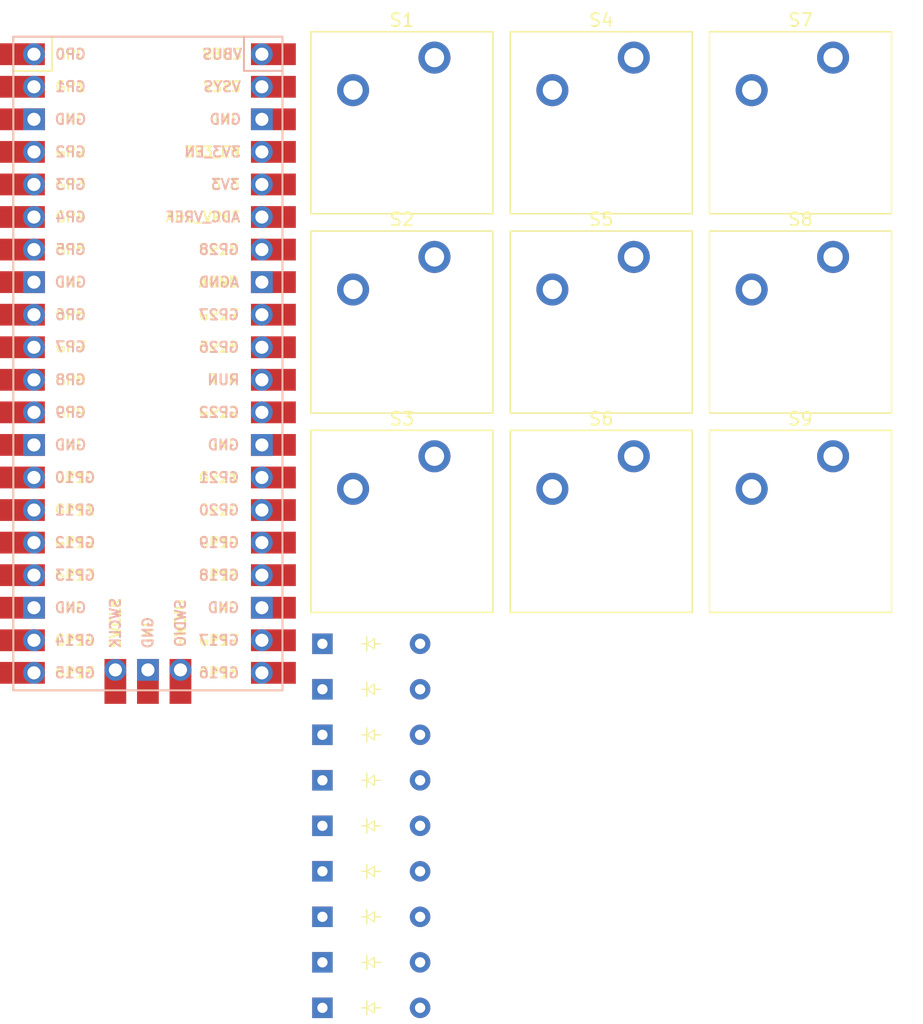
<source format=kicad_pcb>
(kicad_pcb (version 20240108) (generator "pcbnew") (generator_version "8.0")
  (layers (0 "F.Cu" signal) (31 "B.Cu" signal) (34 "B.Paste" user) (35 "F.Paste" user) (36 "B.SilkS" user "B.Silkscreen") (37 "F.SilkS" user "F.Silkscreen") (38 "B.Mask" user) (39 "F.Mask" user) (44 "Edge.Cuts" user))
  (net 0 "")
  (net 1 "Net-(D1-A)")
  (net 2 "/row0")
  (net 3 "Net-(D2-A)")
  (net 4 "Net-(D3-A)")
  (net 5 "/row1")
  (net 6 "Net-(D4-A)")
  (net 7 "Net-(D5-A)")
  (net 8 "Net-(D6-A)")
  (net 9 "/row2")
  (net 10 "Net-(D7-A)")
  (net 11 "Net-(D8-A)")
  (net 12 "Net-(D9-A)")
  (net 13 "/col0")
  (net 14 "/col1")
  (net 15 "/col2")
  (footprint "ScottoKeebs_Components:Diode_DO-35" (layer "F.Cu") (at 136.21375 127.26875)
    (property "Reference" "D8" (hide yes))
    (property "Value" "Diode" (hide yes))
    (fp_line (start 3.06 0) (end 3.46 0) (stroke (width 0.1)) (layer "F.SilkS"))
    (fp_line (start 3.46 -0.55) (end 3.46 0.55) (stroke (width 0.1)) (layer "F.SilkS"))
    (fp_line (start 3.46 0) (end 4.06 -0.4) (stroke (width 0.1)) (layer "F.SilkS"))
    (fp_line (start 4.06 -0.4) (end 4.06 0.4) (stroke (width 0.1)) (layer "F.SilkS"))
    (fp_line (start 4.06 0) (end 4.56 0) (stroke (width 0.1)) (layer "F.SilkS"))
    (fp_line (start 4.06 0.4) (end 3.46 0) (stroke (width 0.1)) (layer "F.SilkS"))
    (pad "1" thru_hole rect (at 0 0) (size 1.6 1.6) (drill 0.8) (layers "*.Cu" "*.Mask") (net 9 "/row2"))
    (pad "2" thru_hole oval (at 7.62 0) (size 1.6 1.6) (drill 0.8) (layers "*.Cu" "*.Mask") (net 11 "Net-(D8-A)"))
  )
  (footprint "ScottoKeebs_MX:MX_PCB_1.00u" (layer "F.Cu") (at 173.51375 61.76875)
    (property "Reference" "S7" (at 0 -8 0) (layer "F.SilkS"))
    (property "Value" "Keyswitch")
    (fp_line (start -7.1 -7.1) (end -7.1 7.1) (stroke (width 0.12)) (layer "F.SilkS"))
    (fp_line (start -7.1 7.1) (end 7.1 7.1) (stroke (width 0.12)) (layer "F.SilkS"))
    (fp_line (start 7.1 -7.1) (end -7.1 -7.1) (stroke (width 0.12)) (layer "F.SilkS"))
    (fp_line (start 7.1 7.1) (end 7.1 -7.1) (stroke (width 0.12)) (layer "F.SilkS"))
    (pad "" np_thru_hole circle (at -5.08 0) (size 1.75 1.75) (drill 1.75) (layers "*.Cu" "*.Mask"))
    (pad "" np_thru_hole circle (at 0 0) (size 4 4) (drill 4) (layers "*.Cu" "*.Mask"))
    (pad "" np_thru_hole circle (at 5.08 0) (size 1.75 1.75) (drill 1.75) (layers "*.Cu" "*.Mask"))
    (pad "1" thru_hole circle (at -3.81 -2.54) (size 2.5 2.5) (drill 1.5) (layers "*.Cu" "*.Mask") (net 13 "/col0"))
    (pad "2" thru_hole circle (at 2.54 -5.08) (size 2.5 2.5) (drill 1.5) (layers "*.Cu" "*.Mask") (net 10 "Net-(D7-A)"))
  )
  (footprint "ScottoKeebs_MX:MX_PCB_1.00u" (layer "F.Cu") (at 142.41375 61.76875)
    (property "Reference" "S1" (at 0 -8 0) (layer "F.SilkS"))
    (property "Value" "Keyswitch")
    (fp_line (start -7.1 -7.1) (end -7.1 7.1) (stroke (width 0.12)) (layer "F.SilkS"))
    (fp_line (start -7.1 7.1) (end 7.1 7.1) (stroke (width 0.12)) (layer "F.SilkS"))
    (fp_line (start 7.1 -7.1) (end -7.1 -7.1) (stroke (width 0.12)) (layer "F.SilkS"))
    (fp_line (start 7.1 7.1) (end 7.1 -7.1) (stroke (width 0.12)) (layer "F.SilkS"))
    (pad "" np_thru_hole circle (at -5.08 0) (size 1.75 1.75) (drill 1.75) (layers "*.Cu" "*.Mask"))
    (pad "" np_thru_hole circle (at 0 0) (size 4 4) (drill 4) (layers "*.Cu" "*.Mask"))
    (pad "" np_thru_hole circle (at 5.08 0) (size 1.75 1.75) (drill 1.75) (layers "*.Cu" "*.Mask"))
    (pad "1" thru_hole circle (at -3.81 -2.54) (size 2.5 2.5) (drill 1.5) (layers "*.Cu" "*.Mask") (net 13 "/col0"))
    (pad "2" thru_hole circle (at 2.54 -5.08) (size 2.5 2.5) (drill 1.5) (layers "*.Cu" "*.Mask") (net 1 "Net-(D1-A)"))
  )
  (footprint "ScottoKeebs_MX:MX_PCB_1.00u" (layer "F.Cu") (at 173.51375 77.31875)
    (property "Reference" "S8" (at 0 -8 0) (layer "F.SilkS"))
    (property "Value" "Keyswitch")
    (fp_line (start -7.1 -7.1) (end -7.1 7.1) (stroke (width 0.12)) (layer "F.SilkS"))
    (fp_line (start -7.1 7.1) (end 7.1 7.1) (stroke (width 0.12)) (layer "F.SilkS"))
    (fp_line (start 7.1 -7.1) (end -7.1 -7.1) (stroke (width 0.12)) (layer "F.SilkS"))
    (fp_line (start 7.1 7.1) (end 7.1 -7.1) (stroke (width 0.12)) (layer "F.SilkS"))
    (pad "" np_thru_hole circle (at -5.08 0) (size 1.75 1.75) (drill 1.75) (layers "*.Cu" "*.Mask"))
    (pad "" np_thru_hole circle (at 0 0) (size 4 4) (drill 4) (layers "*.Cu" "*.Mask"))
    (pad "" np_thru_hole circle (at 5.08 0) (size 1.75 1.75) (drill 1.75) (layers "*.Cu" "*.Mask"))
    (pad "1" thru_hole circle (at -3.81 -2.54) (size 2.5 2.5) (drill 1.5) (layers "*.Cu" "*.Mask") (net 14 "/col1"))
    (pad "2" thru_hole circle (at 2.54 -5.08) (size 2.5 2.5) (drill 1.5) (layers "*.Cu" "*.Mask") (net 11 "Net-(D8-A)"))
  )
  (footprint "ScottoKeebs_Components:Diode_DO-35" (layer "F.Cu") (at 136.21375 130.81875)
    (property "Reference" "D9" (hide yes))
    (property "Value" "Diode" (hide yes))
    (fp_line (start 3.06 0) (end 3.46 0) (stroke (width 0.1)) (layer "F.SilkS"))
    (fp_line (start 3.46 -0.55) (end 3.46 0.55) (stroke (width 0.1)) (layer "F.SilkS"))
    (fp_line (start 3.46 0) (end 4.06 -0.4) (stroke (width 0.1)) (layer "F.SilkS"))
    (fp_line (start 4.06 -0.4) (end 4.06 0.4) (stroke (width 0.1)) (layer "F.SilkS"))
    (fp_line (start 4.06 0) (end 4.56 0) (stroke (width 0.1)) (layer "F.SilkS"))
    (fp_line (start 4.06 0.4) (end 3.46 0) (stroke (width 0.1)) (layer "F.SilkS"))
    (pad "1" thru_hole rect (at 0 0) (size 1.6 1.6) (drill 0.8) (layers "*.Cu" "*.Mask") (net 9 "/row2"))
    (pad "2" thru_hole oval (at 7.62 0) (size 1.6 1.6) (drill 0.8) (layers "*.Cu" "*.Mask") (net 12 "Net-(D9-A)"))
  )
  (footprint "ScottoKeebs_Components:Diode_DO-35" (layer "F.Cu") (at 136.21375 109.51875)
    (property "Reference" "D3" (hide yes))
    (property "Value" "Diode" (hide yes))
    (fp_line (start 3.06 0) (end 3.46 0) (stroke (width 0.1)) (layer "F.SilkS"))
    (fp_line (start 3.46 -0.55) (end 3.46 0.55) (stroke (width 0.1)) (layer "F.SilkS"))
    (fp_line (start 3.46 0) (end 4.06 -0.4) (stroke (width 0.1)) (layer "F.SilkS"))
    (fp_line (start 4.06 -0.4) (end 4.06 0.4) (stroke (width 0.1)) (layer "F.SilkS"))
    (fp_line (start 4.06 0) (end 4.56 0) (stroke (width 0.1)) (layer "F.SilkS"))
    (fp_line (start 4.06 0.4) (end 3.46 0) (stroke (width 0.1)) (layer "F.SilkS"))
    (pad "1" thru_hole rect (at 0 0) (size 1.6 1.6) (drill 0.8) (layers "*.Cu" "*.Mask") (net 2 "/row0"))
    (pad "2" thru_hole oval (at 7.62 0) (size 1.6 1.6) (drill 0.8) (layers "*.Cu" "*.Mask") (net 4 "Net-(D3-A)"))
  )
  (footprint "ScottoKeebs_Components:Diode_DO-35" (layer "F.Cu") (at 136.21375 102.41875)
    (property "Reference" "D1" (hide yes))
    (property "Value" "Diode" (hide yes))
    (fp_line (start 3.06 0) (end 3.46 0) (stroke (width 0.1)) (layer "F.SilkS"))
    (fp_line (start 3.46 -0.55) (end 3.46 0.55) (stroke (width 0.1)) (layer "F.SilkS"))
    (fp_line (start 3.46 0) (end 4.06 -0.4) (stroke (width 0.1)) (layer "F.SilkS"))
    (fp_line (start 4.06 -0.4) (end 4.06 0.4) (stroke (width 0.1)) (layer "F.SilkS"))
    (fp_line (start 4.06 0) (end 4.56 0) (stroke (width 0.1)) (layer "F.SilkS"))
    (fp_line (start 4.06 0.4) (end 3.46 0) (stroke (width 0.1)) (layer "F.SilkS"))
    (pad "1" thru_hole rect (at 0 0) (size 1.6 1.6) (drill 0.8) (layers "*.Cu" "*.Mask") (net 2 "/row0"))
    (pad "2" thru_hole oval (at 7.62 0) (size 1.6 1.6) (drill 0.8) (layers "*.Cu" "*.Mask") (net 1 "Net-(D1-A)"))
  )
  (footprint "ScottoKeebs_MX:MX_PCB_1.00u" (layer "F.Cu") (at 157.96375 77.31875)
    (property "Reference" "S5" (at 0 -8 0) (layer "F.SilkS"))
    (property "Value" "Keyswitch")
    (fp_line (start -7.1 -7.1) (end -7.1 7.1) (stroke (width 0.12)) (layer "F.SilkS"))
    (fp_line (start -7.1 7.1) (end 7.1 7.1) (stroke (width 0.12)) (layer "F.SilkS"))
    (fp_line (start 7.1 -7.1) (end -7.1 -7.1) (stroke (width 0.12)) (layer "F.SilkS"))
    (fp_line (start 7.1 7.1) (end 7.1 -7.1) (stroke (width 0.12)) (layer "F.SilkS"))
    (pad "" np_thru_hole circle (at -5.08 0) (size 1.75 1.75) (drill 1.75) (layers "*.Cu" "*.Mask"))
    (pad "" np_thru_hole circle (at 0 0) (size 4 4) (drill 4) (layers "*.Cu" "*.Mask"))
    (pad "" np_thru_hole circle (at 5.08 0) (size 1.75 1.75) (drill 1.75) (layers "*.Cu" "*.Mask"))
    (pad "1" thru_hole circle (at -3.81 -2.54) (size 2.5 2.5) (drill 1.5) (layers "*.Cu" "*.Mask") (net 14 "/col1"))
    (pad "2" thru_hole circle (at 2.54 -5.08) (size 2.5 2.5) (drill 1.5) (layers "*.Cu" "*.Mask") (net 7 "Net-(D5-A)"))
  )
  (footprint "ScottoKeebs_Components:Diode_DO-35" (layer "F.Cu") (at 136.21375 105.96875)
    (property "Reference" "D2" (hide yes))
    (property "Value" "Diode" (hide yes))
    (fp_line (start 3.06 0) (end 3.46 0) (stroke (width 0.1)) (layer "F.SilkS"))
    (fp_line (start 3.46 -0.55) (end 3.46 0.55) (stroke (width 0.1)) (layer "F.SilkS"))
    (fp_line (start 3.46 0) (end 4.06 -0.4) (stroke (width 0.1)) (layer "F.SilkS"))
    (fp_line (start 4.06 -0.4) (end 4.06 0.4) (stroke (width 0.1)) (layer "F.SilkS"))
    (fp_line (start 4.06 0) (end 4.56 0) (stroke (width 0.1)) (layer "F.SilkS"))
    (fp_line (start 4.06 0.4) (end 3.46 0) (stroke (width 0.1)) (layer "F.SilkS"))
    (pad "1" thru_hole rect (at 0 0) (size 1.6 1.6) (drill 0.8) (layers "*.Cu" "*.Mask") (net 2 "/row0"))
    (pad "2" thru_hole oval (at 7.62 0) (size 1.6 1.6) (drill 0.8) (layers "*.Cu" "*.Mask") (net 3 "Net-(D2-A)"))
  )
  (footprint "ScottoKeebs_Components:Diode_DO-35" (layer "F.Cu") (at 136.21375 120.16875)
    (property "Reference" "D6" (hide yes))
    (property "Value" "Diode" (hide yes))
    (fp_line (start 3.06 0) (end 3.46 0) (stroke (width 0.1)) (layer "F.SilkS"))
    (fp_line (start 3.46 -0.55) (end 3.46 0.55) (stroke (width 0.1)) (layer "F.SilkS"))
    (fp_line (start 3.46 0) (end 4.06 -0.4) (stroke (width 0.1)) (layer "F.SilkS"))
    (fp_line (start 4.06 -0.4) (end 4.06 0.4) (stroke (width 0.1)) (layer "F.SilkS"))
    (fp_line (start 4.06 0) (end 4.56 0) (stroke (width 0.1)) (layer "F.SilkS"))
    (fp_line (start 4.06 0.4) (end 3.46 0) (stroke (width 0.1)) (layer "F.SilkS"))
    (pad "1" thru_hole rect (at 0 0) (size 1.6 1.6) (drill 0.8) (layers "*.Cu" "*.Mask") (net 5 "/row1"))
    (pad "2" thru_hole oval (at 7.62 0) (size 1.6 1.6) (drill 0.8) (layers "*.Cu" "*.Mask") (net 8 "Net-(D6-A)"))
  )
  (footprint "ScottoKeebs_Components:Diode_DO-35" (layer "F.Cu") (at 136.21375 116.61875)
    (property "Reference" "D5" (hide yes))
    (property "Value" "Diode" (hide yes))
    (fp_line (start 3.06 0) (end 3.46 0) (stroke (width 0.1)) (layer "F.SilkS"))
    (fp_line (start 3.46 -0.55) (end 3.46 0.55) (stroke (width 0.1)) (layer "F.SilkS"))
    (fp_line (start 3.46 0) (end 4.06 -0.4) (stroke (width 0.1)) (layer "F.SilkS"))
    (fp_line (start 4.06 -0.4) (end 4.06 0.4) (stroke (width 0.1)) (layer "F.SilkS"))
    (fp_line (start 4.06 0) (end 4.56 0) (stroke (width 0.1)) (layer "F.SilkS"))
    (fp_line (start 4.06 0.4) (end 3.46 0) (stroke (width 0.1)) (layer "F.SilkS"))
    (pad "1" thru_hole rect (at 0 0) (size 1.6 1.6) (drill 0.8) (layers "*.Cu" "*.Mask") (net 5 "/row1"))
    (pad "2" thru_hole oval (at 7.62 0) (size 1.6 1.6) (drill 0.8) (layers "*.Cu" "*.Mask") (net 7 "Net-(D5-A)"))
  )
  (footprint "ScottoKeebs_MX:MX_PCB_1.00u" (layer "F.Cu") (at 142.41375 92.86875)
    (property "Reference" "S3" (at 0 -8 0) (layer "F.SilkS"))
    (property "Value" "Keyswitch")
    (fp_line (start -7.1 -7.1) (end -7.1 7.1) (stroke (width 0.12)) (layer "F.SilkS"))
    (fp_line (start -7.1 7.1) (end 7.1 7.1) (stroke (width 0.12)) (layer "F.SilkS"))
    (fp_line (start 7.1 -7.1) (end -7.1 -7.1) (stroke (width 0.12)) (layer "F.SilkS"))
    (fp_line (start 7.1 7.1) (end 7.1 -7.1) (stroke (width 0.12)) (layer "F.SilkS"))
    (pad "" np_thru_hole circle (at -5.08 0) (size 1.75 1.75) (drill 1.75) (layers "*.Cu" "*.Mask"))
    (pad "" np_thru_hole circle (at 0 0) (size 4 4) (drill 4) (layers "*.Cu" "*.Mask"))
    (pad "" np_thru_hole circle (at 5.08 0) (size 1.75 1.75) (drill 1.75) (layers "*.Cu" "*.Mask"))
    (pad "1" thru_hole circle (at -3.81 -2.54) (size 2.5 2.5) (drill 1.5) (layers "*.Cu" "*.Mask") (net 15 "/col2"))
    (pad "2" thru_hole circle (at 2.54 -5.08) (size 2.5 2.5) (drill 1.5) (layers "*.Cu" "*.Mask") (net 4 "Net-(D3-A)"))
  )
  (footprint "ScottoKeebs_MX:MX_PCB_1.00u" (layer "F.Cu") (at 173.51375 92.86875)
    (property "Reference" "S9" (at 0 -8 0) (layer "F.SilkS"))
    (property "Value" "Keyswitch")
    (fp_line (start -7.1 -7.1) (end -7.1 7.1) (stroke (width 0.12)) (layer "F.SilkS"))
    (fp_line (start -7.1 7.1) (end 7.1 7.1) (stroke (width 0.12)) (layer "F.SilkS"))
    (fp_line (start 7.1 -7.1) (end -7.1 -7.1) (stroke (width 0.12)) (layer "F.SilkS"))
    (fp_line (start 7.1 7.1) (end 7.1 -7.1) (stroke (width 0.12)) (layer "F.SilkS"))
    (pad "" np_thru_hole circle (at -5.08 0) (size 1.75 1.75) (drill 1.75) (layers "*.Cu" "*.Mask"))
    (pad "" np_thru_hole circle (at 0 0) (size 4 4) (drill 4) (layers "*.Cu" "*.Mask"))
    (pad "" np_thru_hole circle (at 5.08 0) (size 1.75 1.75) (drill 1.75) (layers "*.Cu" "*.Mask"))
    (pad "1" thru_hole circle (at -3.81 -2.54) (size 2.5 2.5) (drill 1.5) (layers "*.Cu" "*.Mask") (net 15 "/col2"))
    (pad "2" thru_hole circle (at 2.54 -5.08) (size 2.5 2.5) (drill 1.5) (layers "*.Cu" "*.Mask") (net 12 "Net-(D9-A)"))
  )
  (footprint "ScottoKeebs_MX:MX_PCB_1.00u" (layer "F.Cu") (at 157.96375 61.76875)
    (property "Reference" "S4" (at 0 -8 0) (layer "F.SilkS"))
    (property "Value" "Keyswitch")
    (fp_line (start -7.1 -7.1) (end -7.1 7.1) (stroke (width 0.12)) (layer "F.SilkS"))
    (fp_line (start -7.1 7.1) (end 7.1 7.1) (stroke (width 0.12)) (layer "F.SilkS"))
    (fp_line (start 7.1 -7.1) (end -7.1 -7.1) (stroke (width 0.12)) (layer "F.SilkS"))
    (fp_line (start 7.1 7.1) (end 7.1 -7.1) (stroke (width 0.12)) (layer "F.SilkS"))
    (pad "" np_thru_hole circle (at -5.08 0) (size 1.75 1.75) (drill 1.75) (layers "*.Cu" "*.Mask"))
    (pad "" np_thru_hole circle (at 0 0) (size 4 4) (drill 4) (layers "*.Cu" "*.Mask"))
    (pad "" np_thru_hole circle (at 5.08 0) (size 1.75 1.75) (drill 1.75) (layers "*.Cu" "*.Mask"))
    (pad "1" thru_hole circle (at -3.81 -2.54) (size 2.5 2.5) (drill 1.5) (layers "*.Cu" "*.Mask") (net 13 "/col0"))
    (pad "2" thru_hole circle (at 2.54 -5.08) (size 2.5 2.5) (drill 1.5) (layers "*.Cu" "*.Mask") (net 6 "Net-(D4-A)"))
  )
  (footprint "ScottoKeebs_Components:Diode_DO-35" (layer "F.Cu") (at 136.21375 113.06875)
    (property "Reference" "D4" (hide yes))
    (property "Value" "Diode" (hide yes))
    (fp_line (start 3.06 0) (end 3.46 0) (stroke (width 0.1)) (layer "F.SilkS"))
    (fp_line (start 3.46 -0.55) (end 3.46 0.55) (stroke (width 0.1)) (layer "F.SilkS"))
    (fp_line (start 3.46 0) (end 4.06 -0.4) (stroke (width 0.1)) (layer "F.SilkS"))
    (fp_line (start 4.06 -0.4) (end 4.06 0.4) (stroke (width 0.1)) (layer "F.SilkS"))
    (fp_line (start 4.06 0) (end 4.56 0) (stroke (width 0.1)) (layer "F.SilkS"))
    (fp_line (start 4.06 0.4) (end 3.46 0) (stroke (width 0.1)) (layer "F.SilkS"))
    (pad "1" thru_hole rect (at 0 0) (size 1.6 1.6) (drill 0.8) (layers "*.Cu" "*.Mask") (net 5 "/row1"))
    (pad "2" thru_hole oval (at 7.62 0) (size 1.6 1.6) (drill 0.8) (layers "*.Cu" "*.Mask") (net 6 "Net-(D4-A)"))
  )
  (footprint "ScottoKeebs_MCU:Raspberry_Pi_Pico" (layer "F.Cu") (at 122.59875 80.55375)
    (property "Reference" "U1" (hide yes))
    (property "Value" "Raspberry_Pi_Pico" (hide yes))
    (fp_line (start -10.5 -25.5) (end -10.5 25.5) (stroke (width 0.15)) (layer "B.SilkS"))
    (fp_line (start -10.5 25.5) (end 10.5 25.5) (stroke (width 0.15)) (layer "B.SilkS"))
    (fp_line (start 7.493 -22.833) (end 7.493 -25.5) (stroke (width 0.15)) (layer "B.SilkS"))
    (fp_line (start 10.5 -25.5) (end -10.5 -25.5) (stroke (width 0.15)) (layer "B.SilkS"))
    (fp_line (start 10.5 -25.5) (end 10.5 25.5) (stroke (width 0.15)) (layer "B.SilkS"))
    (fp_line (start 10.5 -22.833) (end 7.493 -22.833) (stroke (width 0.15)) (layer "B.SilkS"))
    (fp_line (start -10.5 -25.5) (end -10.5 25.5) (stroke (width 0.15)) (layer "F.SilkS"))
    (fp_line (start -10.5 -25.5) (end 10.5 -25.5) (stroke (width 0.15)) (layer "F.SilkS"))
    (fp_line (start -10.5 -22.833) (end -7.493 -22.833) (stroke (width 0.15)) (layer "F.SilkS"))
    (fp_line (start -7.493 -22.833) (end -7.493 -25.5) (stroke (width 0.15)) (layer "F.SilkS"))
    (fp_line (start 10.5 -25.5) (end 10.5 25.5) (stroke (width 0.15)) (layer "F.SilkS"))
    (fp_line (start 10.5 25.5) (end -10.5 25.5) (stroke (width 0.15)) (layer "F.SilkS"))
    (fp_text user "GP10" (at -5.69 8.89 0) (layer "B.SilkS") (effects (font (size 0.8 0.8)) (justify mirror)))
    (fp_text user "AGND" (at 5.54 -6.35 0) (layer "B.SilkS") (effects (font (size 0.8 0.8)) (justify mirror)))
    (fp_text user "GP4" (at -6.04 -11.43 0) (layer "B.SilkS") (effects (font (size 0.8 0.8)) (justify mirror)))
    (fp_text user "GP19" (at 5.54 13.97 0) (layer "B.SilkS") (effects (font (size 0.8 0.8)) (justify mirror)))
    (fp_text user "GND" (at 0 21 -90) (layer "B.SilkS") (effects (font (size 0.8 0.8)) (justify mirror)))
    (fp_text user "GP1" (at -6.04 -21.6 0) (layer "B.SilkS") (effects (font (size 0.8 0.8)) (justify mirror)))
    (fp_text user "GP15" (at -5.69 24.13 0) (layer "B.SilkS") (effects (font (size 0.8 0.8)) (justify mirror)))
    (fp_text user "GND" (at -6.04 -19.05 0) (layer "B.SilkS") (effects (font (size 0.8 0.8)) (justify mirror)))
    (fp_text user "GP5" (at -6.04 -8.89 0) (layer "B.SilkS") (effects (font (size 0.8 0.8)) (justify mirror)))
    (fp_text user "SWCLK" (at -2.54 20.25 -90) (layer "B.SilkS") (effects (font (size 0.8 0.8)) (justify mirror)))
    (fp_text user "GND" (at 5.89 6.35 0) (layer "B.SilkS") (effects (font (size 0.8 0.8)) (justify mirror)))
    (fp_text user "GP20" (at 5.54 11.43 0) (layer "B.SilkS") (effects (font (size 0.8 0.8)) (justify mirror)))
    (fp_text user "GP21" (at 5.54 8.9 0) (layer "B.SilkS") (effects (font (size 0.8 0.8)) (justify mirror)))
    (fp_text user "GP6" (at -6.04 -3.81 0) (layer "B.SilkS") (effects (font (size 0.8 0.8)) (justify mirror)))
    (fp_text user "GP28" (at 5.54 -8.89 0) (layer "B.SilkS") (effects (font (size 0.8 0.8)) (justify mirror)))
    (fp_text user "GP2" (at -6.04 -16.51 0) (layer "B.SilkS") (effects (font (size 0.8 0.8)) (justify mirror)))
    (fp_text user "GP26" (at 5.54 -1.27 0) (layer "B.SilkS") (effects (font (size 0.8 0.8)) (justify mirror)))
    (fp_text user "GND" (at 5.89 19.05 0) (layer "B.SilkS") (effects (font (size 0.8 0.8)) (justify mirror)))
    (fp_text user "GND" (at 6.04 -19.05 0) (layer "B.SilkS") (effects (font (size 0.8 0.8)) (justify mirror)))
    (fp_text user "SWDIO" (at 2.54 20.25 -90) (layer "B.SilkS") (effects (font (size 0.8 0.8)) (justify mirror)))
    (fp_text user "GP22" (at 5.54 3.81 0) (layer "B.SilkS") (effects (font (size 0.8 0.8)) (justify mirror)))
    (fp_text user "GP17" (at 5.54 21.59 0) (layer "B.SilkS") (effects (font (size 0.8 0.8)) (justify mirror)))
    (fp_text user "3V3_EN" (at 5.04 -16.51 0) (layer "B.SilkS") (effects (font (size 0.8 0.8)) (justify mirror)))
    (fp_text user "VBUS" (at 5.79 -24.13 0) (layer "B.SilkS") (effects (font (size 0.8 0.8)) (justify mirror)))
    (fp_text user "GP27" (at 5.54 -3.8 0) (layer "B.SilkS") (effects (font (size 0.8 0.8)) (justify mirror)))
    (fp_text user "GP7" (at -6.04 -1.3 0) (layer "B.SilkS") (effects (font (size 0.8 0.8)) (justify mirror)))
    (fp_text user "GP11" (at -5.69 11.43 0) (layer "B.SilkS") (effects (font (size 0.8 0.8)) (justify mirror)))
    (fp_text user "ADC_VREF" (at 4.29 -11.43 0) (layer "B.SilkS") (effects (font (size 0.8 0.8)) (justify mirror)))
    (fp_text user "GND" (at -6.04 6.35 0) (layer "B.SilkS") (effects (font (size 0.8 0.8)) (justify mirror)))
    (fp_text user "GP14" (at -5.69 21.59 0) (layer "B.SilkS") (effects (font (size 0.8 0.8)) (justify mirror)))
    (fp_text user "GP0" (at -6.04 -24.13 0) (layer "B.SilkS") (effects (font (size 0.8 0.8)) (justify mirror)))
    (fp_text user "GND" (at -6.04 19.05 0) (layer "B.SilkS") (effects (font (size 0.8 0.8)) (justify mirror)))
    (fp_text user "GP8" (at -6.04 1.27 0) (layer "B.SilkS") (effects (font (size 0.8 0.8)) (justify mirror)))
    (fp_text user "GP12" (at -5.69 13.97 0) (layer "B.SilkS") (effects (font (size 0.8 0.8)) (justify mirror)))
    (fp_text user "GP13" (at -5.69 16.51 0) (layer "B.SilkS") (effects (font (size 0.8 0.8)) (justify mirror)))
    (fp_text user "3V3" (at 6.04 -13.97 0) (layer "B.SilkS") (effects (font (size 0.8 0.8)) (justify mirror)))
    (fp_text user "VSYS" (at 5.79 -21.59 0) (layer "B.SilkS") (effects (font (size 0.8 0.8)) (justify mirror)))
    (fp_text user "GP3" (at -6.04 -13.97 0) (layer "B.SilkS") (effects (font (size 0.8 0.8)) (justify mirror)))
    (fp_text user "RUN" (at 5.89 1.27 0) (layer "B.SilkS") (effects (font (size 0.8 0.8)) (justify mirror)))
    (fp_text user "GP18" (at 5.54 16.51 0) (layer "B.SilkS") (effects (font (size 0.8 0.8)) (justify mirror)))
    (fp_text user "GND" (at -6.04 -6.35 0) (layer "B.SilkS") (effects (font (size 0.8 0.8)) (justify mirror)))
    (fp_text user "GP16" (at 5.54 24.13 0) (layer "B.SilkS") (effects (font (size 0.8 0.8)) (justify mirror)))
    (fp_text user "GP9" (at -6.04 3.81 0) (layer "B.SilkS") (effects (font (size 0.8 0.8)) (justify mirror)))
    (fp_text user "GP19" (at 5.54 13.97 0) (layer "F.SilkS") (effects (font (size 0.8 0.8))))
    (fp_text user "3V3_EN" (at 5.04 -16.51 0) (layer "F.SilkS") (effects (font (size 0.8 0.8))))
    (fp_text user "GP1" (at -6.04 -21.6 0) (layer "F.SilkS") (effects (font (size 0.8 0.8))))
    (fp_text user "GP17" (at 5.54 21.59 0) (layer "F.SilkS") (effects (font (size 0.8 0.8))))
    (fp_text user "GND" (at 5.89 6.35 0) (layer "F.SilkS") (effects (font (size 0.8 0.8))))
    (fp_text user "GP7" (at -6.04 -1.3 0) (layer "F.SilkS") (effects (font (size 0.8 0.8))))
    (fp_text user "GP22" (at 5.54 3.81 0) (layer "F.SilkS") (effects (font (size 0.8 0.8))))
    (fp_text user "GP2" (at -6.04 -16.51 0) (layer "F.SilkS") (effects (font (size 0.8 0.8))))
    (fp_text user "GND" (at -6.04 19.05 0) (layer "F.SilkS") (effects (font (size 0.8 0.8))))
    (fp_text user "3V3" (at 6.04 -13.97 0) (layer "F.SilkS") (effects (font (size 0.8 0.8))))
    (fp_text user "GP0" (at -6.04 -24.13 0) (layer "F.SilkS") (effects (font (size 0.8 0.8))))
    (fp_text user "VBUS" (at 5.79 -24.13 0) (layer "F.SilkS") (effects (font (size 0.8 0.8))))
    (fp_text user "GND" (at 0 21 90) (layer "F.SilkS") (effects (font (size 0.8 0.8))))
    (fp_text user "GP28" (at 5.54 -8.89 0) (layer "F.SilkS") (effects (font (size 0.8 0.8))))
    (fp_text user "SWCLK" (at -2.54 20.25 90) (layer "F.SilkS") (effects (font (size 0.8 0.8))))
    (fp_text user "AGND" (at 5.54 -6.35 0) (layer "F.SilkS") (effects (font (size 0.8 0.8))))
    (fp_text user "ADC_VREF" (at 4.29 -11.43 0) (layer "F.SilkS") (effects (font (size 0.8 0.8))))
    (fp_text user "GP14" (at -5.69 21.59 0) (layer "F.SilkS") (effects (font (size 0.8 0.8))))
    (fp_text user "GP3" (at -6.04 -13.97 0) (layer "F.SilkS") (effects (font (size 0.8 0.8))))
    (fp_text user "GP18" (at 5.54 16.51 0) (layer "F.SilkS") (effects (font (size 0.8 0.8))))
    (fp_text user "GP11" (at -5.69 11.43 0) (layer "F.SilkS") (effects (font (size 0.8 0.8))))
    (fp_text user "GP27" (at 5.54 -3.8 0) (layer "F.SilkS") (effects (font (size 0.8 0.8))))
    (fp_text user "GP6" (at -6.04 -3.81 0) (layer "F.SilkS") (effects (font (size 0.8 0.8))))
    (fp_text user "GP20" (at 5.54 11.43 0) (layer "F.SilkS") (effects (font (size 0.8 0.8))))
    (fp_text user "GP26" (at 5.54 -1.27 0) (layer "F.SilkS") (effects (font (size 0.8 0.8))))
    (fp_text user "GND" (at -6.04 6.35 0) (layer "F.SilkS") (effects (font (size 0.8 0.8))))
    (fp_text user "GND" (at -6.04 -19.05 0) (layer "F.SilkS") (effects (font (size 0.8 0.8))))
    (fp_text user "GND" (at 5.89 19.05 0) (layer "F.SilkS") (effects (font (size 0.8 0.8))))
    (fp_text user "SWDIO" (at 2.54 20.25 90) (layer "F.SilkS") (effects (font (size 0.8 0.8))))
    (fp_text user "GP4" (at -6.04 -11.43 0) (layer "F.SilkS") (effects (font (size 0.8 0.8))))
    (fp_text user "GP15" (at -5.69 24.13 0) (layer "F.SilkS") (effects (font (size 0.8 0.8))))
    (fp_text user "GND" (at 6.04 -19.05 0) (layer "F.SilkS") (effects (font (size 0.8 0.8))))
    (fp_text user "GP9" (at -6.04 3.81 0) (layer "F.SilkS") (effects (font (size 0.8 0.8))))
    (fp_text user "GP21" (at 5.54 8.9 0) (layer "F.SilkS") (effects (font (size 0.8 0.8))))
    (fp_text user "GP16" (at 5.54 24.13 0) (layer "F.SilkS") (effects (font (size 0.8 0.8))))
    (fp_text user "GP8" (at -6.04 1.27 0) (layer "F.SilkS") (effects (font (size 0.8 0.8))))
    (fp_text user "GP13" (at -5.69 16.51 0) (layer "F.SilkS") (effects (font (size 0.8 0.8))))
    (fp_text user "GP12" (at -5.69 13.97 0) (layer "F.SilkS") (effects (font (size 0.8 0.8))))
    (fp_text user "GND" (at -6.04 -6.35 0) (layer "F.SilkS") (effects (font (size 0.8 0.8))))
    (fp_text user "GP5" (at -6.04 -8.89 0) (layer "F.SilkS") (effects (font (size 0.8 0.8))))
    (fp_text user "RUN" (at 5.89 1.27 0) (layer "F.SilkS") (effects (font (size 0.8 0.8))))
    (fp_text user "VSYS" (at 5.79 -21.59 0) (layer "F.SilkS") (effects (font (size 0.8 0.8))))
    (fp_text user "GP10" (at -5.69 8.89 0) (layer "F.SilkS") (effects (font (size 0.8 0.8))))
    (pad "1" thru_hole oval (at -8.89 -24.13) (size 1.7 1.7) (drill 1.02) (layers "*.Cu" "*.Mask") (net 13 "/col0"))
    (pad "1" smd rect (at -8.89 -24.13) (size 3.5 1.7) (drill (offset -0.9 0)) (layers "F.Cu" "F.Mask") (net 13 "/col0"))
    (pad "2" thru_hole oval (at -8.89 -21.59) (size 1.7 1.7) (drill 1.02) (layers "*.Cu" "*.Mask") (net 14 "/col1"))
    (pad "2" smd rect (at -8.89 -21.59) (size 3.5 1.7) (drill (offset -0.9 0)) (layers "F.Cu" "F.Mask") (net 14 "/col1"))
    (pad "3" thru_hole rect (at -8.89 -19.05) (size 1.7 1.7) (drill 1.02) (layers "*.Cu" "*.Mask"))
    (pad "3" smd rect (at -8.89 -19.05) (size 3.5 1.7) (drill (offset -0.9 0)) (layers "F.Cu" "F.Mask"))
    (pad "4" thru_hole oval (at -8.89 -16.51) (size 1.7 1.7) (drill 1.02) (layers "*.Cu" "*.Mask") (net 15 "/col2"))
    (pad "4" smd rect (at -8.89 -16.51) (size 3.5 1.7) (drill (offset -0.9 0)) (layers "F.Cu" "F.Mask") (net 15 "/col2"))
    (pad "5" thru_hole oval (at -8.89 -13.97) (size 1.7 1.7) (drill 1.02) (layers "*.Cu" "*.Mask") (net 2 "/row0"))
    (pad "5" smd rect (at -8.89 -13.97) (size 3.5 1.7) (drill (offset -0.9 0)) (layers "F.Cu" "F.Mask") (net 2 "/row0"))
    (pad "6" thru_hole oval (at -8.89 -11.43) (size 1.7 1.7) (drill 1.02) (layers "*.Cu" "*.Mask") (net 5 "/row1"))
    (pad "6" smd rect (at -8.89 -11.43) (size 3.5 1.7) (drill (offset -0.9 0)) (layers "F.Cu" "F.Mask") (net 5 "/row1"))
    (pad "7" thru_hole oval (at -8.89 -8.89) (size 1.7 1.7) (drill 1.02) (layers "*.Cu" "*.Mask") (net 9 "/row2"))
    (pad "7" smd rect (at -8.89 -8.89) (size 3.5 1.7) (drill (offset -0.9 0)) (layers "F.Cu" "F.Mask") (net 9 "/row2"))
    (pad "8" thru_hole rect (at -8.89 -6.35) (size 1.7 1.7) (drill 1.02) (layers "*.Cu" "*.Mask"))
    (pad "8" smd rect (at -8.89 -6.35) (size 3.5 1.7) (drill (offset -0.9 0)) (layers "F.Cu" "F.Mask"))
    (pad "9" thru_hole oval (at -8.89 -3.81) (size 1.7 1.7) (drill 1.02) (layers "*.Cu" "*.Mask"))
    (pad "9" smd rect (at -8.89 -3.81) (size 3.5 1.7) (drill (offset -0.9 0)) (layers "F.Cu" "F.Mask"))
    (pad "10" thru_hole oval (at -8.89 -1.27) (size 1.7 1.7) (drill 1.02) (layers "*.Cu" "*.Mask"))
    (pad "10" smd rect (at -8.89 -1.27) (size 3.5 1.7) (drill (offset -0.9 0)) (layers "F.Cu" "F.Mask"))
    (pad "11" thru_hole oval (at -8.89 1.27) (size 1.7 1.7) (drill 1.02) (layers "*.Cu" "*.Mask"))
    (pad "11" smd rect (at -8.89 1.27) (size 3.5 1.7) (drill (offset -0.9 0)) (layers "F.Cu" "F.Mask"))
    (pad "12" thru_hole oval (at -8.89 3.81) (size 1.7 1.7) (drill 1.02) (layers "*.Cu" "*.Mask"))
    (pad "12" smd rect (at -8.89 3.81) (size 3.5 1.7) (drill (offset -0.9 0)) (layers "F.Cu" "F.Mask"))
    (pad "13" thru_hole rect (at -8.89 6.35) (size 1.7 1.7) (drill 1.02) (layers "*.Cu" "*.Mask"))
    (pad "13" smd rect (at -8.89 6.35) (size 3.5 1.7) (drill (offset -0.9 0)) (layers "F.Cu" "F.Mask"))
    (pad "14" thru_hole oval (at -8.89 8.89) (size 1.7 1.7) (drill 1.02) (layers "*.Cu" "*.Mask"))
    (pad "14" smd rect (at -8.89 8.89) (size 3.5 1.7) (drill (offset -0.9 0)) (layers "F.Cu" "F.Mask"))
    (pad "15" thru_hole oval (at -8.89 11.43) (size 1.7 1.7) (drill 1.02) (layers "*.Cu" "*.Mask"))
    (pad "15" smd rect (at -8.89 11.43) (size 3.5 1.7) (drill (offset -0.9 0)) (layers "F.Cu" "F.Mask"))
    (pad "16" thru_hole oval (at -8.89 13.97) (size 1.7 1.7) (drill 1.02) (layers "*.Cu" "*.Mask"))
    (pad "16" smd rect (at -8.89 13.97) (size 3.5 1.7) (drill (offset -0.9 0)) (layers "F.Cu" "F.Mask"))
    (pad "17" thru_hole oval (at -8.89 16.51) (size 1.7 1.7) (drill 1.02) (layers "*.Cu" "*.Mask"))
    (pad "17" smd rect (at -8.89 16.51) (size 3.5 1.7) (drill (offset -0.9 0)) (layers "F.Cu" "F.Mask"))
    (pad "18" thru_hole rect (at -8.89 19.05) (size 1.7 1.7) (drill 1.02) (layers "*.Cu" "*.Mask"))
    (pad "18" smd rect (at -8.89 19.05) (size 3.5 1.7) (drill (offset -0.9 0)) (layers "F.Cu" "F.Mask"))
    (pad "19" thru_hole oval (at -8.89 21.59) (size 1.7 1.7) (drill 1.02) (layers "*.Cu" "*.Mask"))
    (pad "19" smd rect (at -8.89 21.59) (size 3.5 1.7) (drill (offset -0.9 0)) (layers "F.Cu" "F.Mask"))
    (pad "20" thru_hole oval (at -8.89 24.13) (size 1.7 1.7) (drill 1.02) (layers "*.Cu" "*.Mask"))
    (pad "20" smd rect (at -8.89 24.13) (size 3.5 1.7) (drill (offset -0.9 0)) (layers "F.Cu" "F.Mask"))
    (pad "21" thru_hole oval (at 8.89 24.13) (size 1.7 1.7) (drill 1.02) (layers "*.Cu" "*.Mask"))
    (pad "21" smd rect (at 8.89 24.13) (size 3.5 1.7) (drill (offset 0.9 0)) (layers "F.Cu" "F.Mask"))
    (pad "22" thru_hole oval (at 8.89 21.59) (size 1.7 1.7) (drill 1.02) (layers "*.Cu" "*.Mask"))
    (pad "22" smd rect (at 8.89 21.59) (size 3.5 1.7) (drill (offset 0.9 0)) (layers "F.Cu" "F.Mask"))
    (pad "23" thru_hole rect (at 8.89 19.05) (size 1.7 1.7) (drill 1.02) (layers "*.Cu" "*.Mask"))
    (pad "23" smd rect (at 8.89 19.05) (size 3.5 1.7) (drill (offset 0.9 0)) (layers "F.Cu" "F.Mask"))
    (pad "24" thru_hole oval (at 8.89 16.51) (size 1.7 1.7) (drill 1.02) (layers "*.Cu" "*.Mask"))
    (pad "24" smd rect (at 8.89 16.51) (size 3.5 1.7) (drill (offset 0.9 0)) (layers "F.Cu" "F.Mask"))
    (pad "25" thru_hole oval (at 8.89 13.97) (size 1.7 1.7) (drill 1.02) (layers "*.Cu" "*.Mask"))
    (pad "25" smd rect (at 8.89 13.97) (size 3.5 1.7) (drill (offset 0.9 0)) (layers "F.Cu" "F.Mask"))
    (pad "26" thru_hole oval (at 8.89 11.43) (size 1.7 1.7) (drill 1.02) (layers "*.Cu" "*.Mask"))
    (pad "26" smd rect (at 8.89 11.43) (size 3.5 1.7) (drill (offset 0.9 0)) (layers "F.Cu" "F.Mask"))
    (pad "27" thru_hole oval (at 8.89 8.89) (size 1.7 1.7) (drill 1.02) (layers "*.Cu" "*.Mask"))
    (pad "27" smd rect (at 8.89 8.89) (size 3.5 1.7) (drill (offset 0.9 0)) (layers "F.Cu" "F.Mask"))
    (pad "28" thru_hole rect (at 8.89 6.35) (size 1.7 1.7) (drill 1.02) (layers "*.Cu" "*.Mask"))
    (pad "28" smd rect (at 8.89 6.35) (size 3.5 1.7) (drill (offset 0.9 0)) (layers "F.Cu" "F.Mask"))
    (pad "29" thru_hole oval (at 8.89 3.81) (size 1.7 1.7) (drill 1.02) (layers "*.Cu" "*.Mask"))
    (pad "29" smd rect (at 8.89 3.81) (size 3.5 1.7) (drill (offset 0.9 0)) (layers "F.Cu" "F.Mask"))
    (pad "30" thru_hole oval (at 8.89 1.27) (size 1.7 1.7) (drill 1.02) (layers "*.Cu" "*.Mask"))
    (pad "30" smd rect (at 8.89 1.27) (size 3.5 1.7) (drill (offset 0.9 0)) (layers "F.Cu" "F.Mask"))
    (pad "31" thru_hole oval (at 8.89 -1.27) (size 1.7 1.7) (drill 1.02) (layers "*.Cu" "*.Mask"))
    (pad "31" smd rect (at 8.89 -1.27) (size 3.5 1.7) (drill (offset 0.9 0)) (layers "F.Cu" "F.Mask"))
    (pad "32" thru_hole oval (at 8.89 -3.81) (size 1.7 1.7) (drill 1.02) (layers "*.Cu" "*.Mask"))
    (pad "32" smd rect (at 8.89 -3.81) (size 3.5 1.7) (drill (offset 0.9 0)) (layers "F.Cu" "F.Mask"))
    (pad "33" thru_hole rect (at 8.89 -6.35) (size 1.7 1.7) (drill 1.02) (layers "*.Cu" "*.Mask"))
    (pad "33" smd rect (at 8.89 -6.35) (size 3.5 1.7) (drill (offset 0.9 0)) (layers "F.Cu" "F.Mask"))
    (pad "34" thru_hole oval (at 8.89 -8.89) (size 1.7 1.7) (drill 1.02) (layers "*.Cu" "*.Mask"))
    (pad "34" smd rect (at 8.89 -8.89) (size 3.5 1.7) (drill (offset 0.9 0)) (layers "F.Cu" "F.Mask"))
    (pad "35" thru_hole oval (at 8.89 -11.43) (size 1.7 1.7) (drill 1.02) (layers "*.Cu" "*.Mask"))
    (pad "35" smd rect (at 8.89 -11.43) (size 3.5 1.7) (drill (offset 0.9 0)) (layers "F.Cu" "F.Mask"))
    (pad "36" thru_hole oval (at 8.89 -13.97) (size 1.7 1.7) (drill 1.02) (layers "*.Cu" "*.Mask"))
    (pad "36" smd rect (at 8.89 -13.97) (size 3.5 1.7) (drill (offset 0.9 0)) (layers "F.Cu" "F.Mask"))
    (pad "37" thru_hole oval (at 8.89 -16.51) (size 1.7 1.7) (drill 1.02) (layers "*.Cu" "*.Mask"))
    (pad "37" smd rect (at 8.89 -16.51) (size 3.5 1.7) (drill (offset 0.9 0)) (layers "F.Cu" "F.Mask"))
    (pad "38" thru_hole rect (at 8.89 -19.05) (size 1.7 1.7) (drill 1.02) (layers "*.Cu" "*.Mask"))
    (pad "38" smd rect (at 8.89 -19.05) (size 3.5 1.7) (drill (offset 0.9 0)) (layers "F.Cu" "F.Mask"))
    (pad "39" thru_hole oval (at 8.89 -21.59) (size 1.7 1.7) (drill 1.02) (layers "*.Cu" "*.Mask"))
    (pad "39" smd rect (at 8.89 -21.59) (size 3.5 1.7) (drill (offset 0.9 0)) (layers "F.Cu" "F.Mask"))
    (pad "40" thru_hole oval (at 8.89 -24.13) (size 1.7 1.7) (drill 1.02) (layers "*.Cu" "*.Mask"))
    (pad "40" smd rect (at 8.89 -24.13) (size 3.5 1.7) (drill (offset 0.9 0)) (layers "F.Cu" "F.Mask"))
    (pad "41" thru_hole oval (at -2.54 23.9) (size 1.7 1.7) (drill 1.02) (layers "*.Cu" "*.Mask"))
    (pad "41" smd rect (at -2.54 23.9 90) (size 3.5 1.7) (drill (offset -0.9 0)) (layers "F.Cu" "F.Mask"))
    (pad "42" thru_hole rect (at 0 23.9) (size 1.7 1.7) (drill 1.02) (layers "*.Cu" "*.Mask"))
    (pad "42" smd rect (at 0 23.9 90) (size 3.5 1.7) (drill (offset -0.9 0)) (layers "F.Cu" "F.Mask"))
    (pad "43" thru_hole oval (at 2.54 23.9) (size 1.7 1.7) (drill 1.02) (layers "*.Cu" "*.Mask"))
    (pad "43" smd rect (at 2.54 23.9 90) (size 3.5 1.7) (drill (offset -0.9 0)) (layers "F.Cu" "F.Mask"))
  )
  (footprint "ScottoKeebs_MX:MX_PCB_1.00u" (layer "F.Cu") (at 142.41375 77.31875)
    (property "Reference" "S2" (at 0 -8 0) (layer "F.SilkS"))
    (property "Value" "Keyswitch")
    (fp_line (start -7.1 -7.1) (end -7.1 7.1) (stroke (width 0.12)) (layer "F.SilkS"))
    (fp_line (start -7.1 7.1) (end 7.1 7.1) (stroke (width 0.12)) (layer "F.SilkS"))
    (fp_line (start 7.1 -7.1) (end -7.1 -7.1) (stroke (width 0.12)) (layer "F.SilkS"))
    (fp_line (start 7.1 7.1) (end 7.1 -7.1) (stroke (width 0.12)) (layer "F.SilkS"))
    (pad "" np_thru_hole circle (at -5.08 0) (size 1.75 1.75) (drill 1.75) (layers "*.Cu" "*.Mask"))
    (pad "" np_thru_hole circle (at 0 0) (size 4 4) (drill 4) (layers "*.Cu" "*.Mask"))
    (pad "" np_thru_hole circle (at 5.08 0) (size 1.75 1.75) (drill 1.75) (layers "*.Cu" "*.Mask"))
    (pad "1" thru_hole circle (at -3.81 -2.54) (size 2.5 2.5) (drill 1.5) (layers "*.Cu" "*.Mask") (net 14 "/col1"))
    (pad "2" thru_hole circle (at 2.54 -5.08) (size 2.5 2.5) (drill 1.5) (layers "*.Cu" "*.Mask") (net 3 "Net-(D2-A)"))
  )
  (footprint "ScottoKeebs_Components:Diode_DO-35" (layer "F.Cu") (at 136.21375 123.71875)
    (property "Reference" "D7" (hide yes))
    (property "Value" "Diode" (hide yes))
    (fp_line (start 3.06 0) (end 3.46 0) (stroke (width 0.1)) (layer "F.SilkS"))
    (fp_line (start 3.46 -0.55) (end 3.46 0.55) (stroke (width 0.1)) (layer "F.SilkS"))
    (fp_line (start 3.46 0) (end 4.06 -0.4) (stroke (width 0.1)) (layer "F.SilkS"))
    (fp_line (start 4.06 -0.4) (end 4.06 0.4) (stroke (width 0.1)) (layer "F.SilkS"))
    (fp_line (start 4.06 0) (end 4.56 0) (stroke (width 0.1)) (layer "F.SilkS"))
    (fp_line (start 4.06 0.4) (end 3.46 0) (stroke (width 0.1)) (layer "F.SilkS"))
    (pad "1" thru_hole rect (at 0 0) (size 1.6 1.6) (drill 0.8) (layers "*.Cu" "*.Mask") (net 9 "/row2"))
    (pad "2" thru_hole oval (at 7.62 0) (size 1.6 1.6) (drill 0.8) (layers "*.Cu" "*.Mask") (net 10 "Net-(D7-A)"))
  )
  (footprint "ScottoKeebs_MX:MX_PCB_1.00u" (layer "F.Cu") (at 157.96375 92.86875)
    (property "Reference" "S6" (at 0 -8 0) (layer "F.SilkS"))
    (property "Value" "Keyswitch")
    (fp_line (start -7.1 -7.1) (end -7.1 7.1) (stroke (width 0.12)) (layer "F.SilkS"))
    (fp_line (start -7.1 7.1) (end 7.1 7.1) (stroke (width 0.12)) (layer "F.SilkS"))
    (fp_line (start 7.1 -7.1) (end -7.1 -7.1) (stroke (width 0.12)) (layer "F.SilkS"))
    (fp_line (start 7.1 7.1) (end 7.1 -7.1) (stroke (width 0.12)) (layer "F.SilkS"))
    (pad "" np_thru_hole circle (at -5.08 0) (size 1.75 1.75) (drill 1.75) (layers "*.Cu" "*.Mask"))
    (pad "" np_thru_hole circle (at 0 0) (size 4 4) (drill 4) (layers "*.Cu" "*.Mask"))
    (pad "" np_thru_hole circle (at 5.08 0) (size 1.75 1.75) (drill 1.75) (layers "*.Cu" "*.Mask"))
    (pad "1" thru_hole circle (at -3.81 -2.54) (size 2.5 2.5) (drill 1.5) (layers "*.Cu" "*.Mask") (net 15 "/col2"))
    (pad "2" thru_hole circle (at 2.54 -5.08) (size 2.5 2.5) (drill 1.5) (layers "*.Cu" "*.Mask") (net 8 "Net-(D6-A)"))
  )
)
</source>
